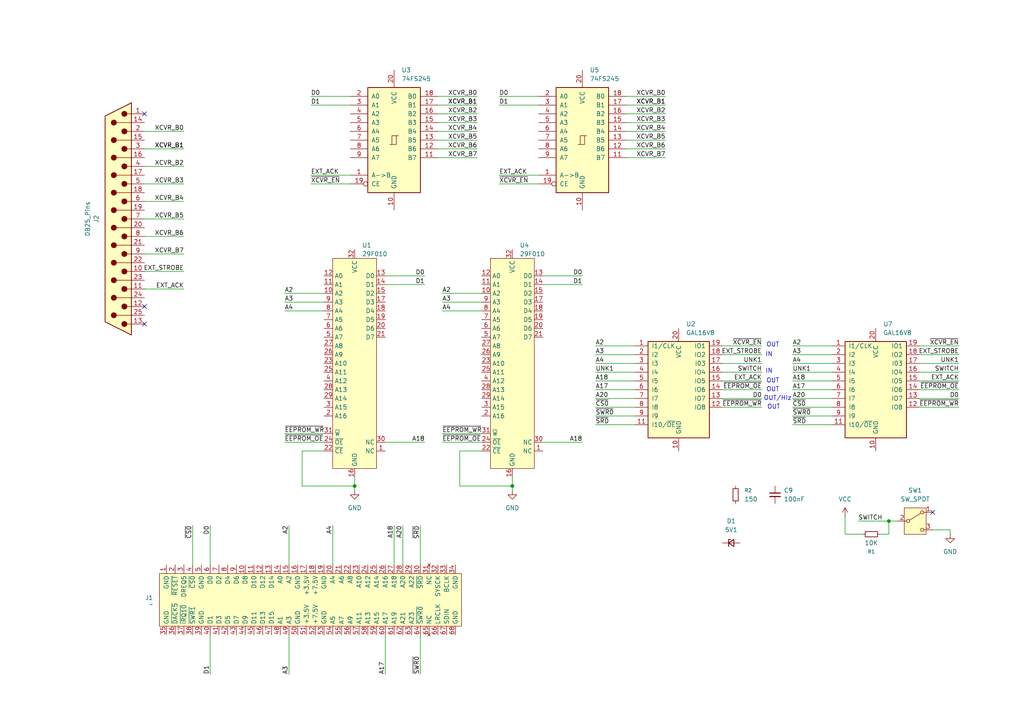
<source format=kicad_sch>
(kicad_sch (version 20250114) (generator "eeschema") (generator_version "9.0")
  (paper "A4")
  (lib_symbols
    (symbol "29F010_1"
      (property "Reference" "U" (at 3.048 28.448 0))
      (property "Value" "29F010" (at 0 0 90))
      (symbol "29F010_1_1_1"
        (rectangle (start -6.35 26.67) (end 6.35 -34.29) (fill (type background)))
        (pin input line (at -8.89 21.59 0) (length 2.54) (name "A0") (number "12"))
        (pin input line (at -8.89 19.05 0) (length 2.54) (name "A1") (number "11"))
        (pin input line (at -8.89 16.51 0) (length 2.54) (name "A2") (number "10"))
        (pin input line (at -8.89 13.97 0) (length 2.54) (name "A3") (number "9"))
        (pin input line (at -8.89 11.43 0) (length 2.54) (name "A4") (number "8"))
        (pin input line (at -8.89 8.89 0) (length 2.54) (name "A5") (number "7"))
        (pin input line (at -8.89 6.35 0) (length 2.54) (name "A6") (number "6"))
        (pin input line (at -8.89 3.81 0) (length 2.54) (name "A7") (number "5"))
        (pin input line (at -8.89 1.27 0) (length 2.54) (name "A8") (number "27"))
        (pin input line (at -8.89 -1.27 0) (length 2.54) (name "A9") (number "26"))
        (pin input line (at -8.89 -3.81 0) (length 2.54) (name "A10") (number "23"))
        (pin input line (at -8.89 -6.35 0) (length 2.54) (name "A11") (number "25"))
        (pin input line (at -8.89 -8.89 0) (length 2.54) (name "A12") (number "4"))
        (pin input line (at -8.89 -11.43 0) (length 2.54) (name "A13") (number "28"))
        (pin input line (at -8.89 -13.97 0) (length 2.54) (name "A14") (number "29"))
        (pin input line (at -8.89 -16.51 0) (length 2.54) (name "A15") (number "3"))
        (pin input line (at -8.89 -19.05 0) (length 2.54) (name "A16") (number "2"))
        (pin input line (at -8.89 -24.13 0) (length 2.54) (name "~{W}") (number "31"))
        (pin input line (at -8.89 -26.67 0) (length 2.54) (name "~{OE}") (number "24"))
        (pin input line (at -8.89 -29.21 0) (length 2.54) (name "~{CE}") (number "22"))
        (pin power_in line (at 0 29.21 270) (length 2.54) (name "VCC") (number "32"))
        (pin power_in line (at 0 -36.83 90) (length 2.54) (name "GND") (number "16"))
        (pin output line (at 8.89 21.59 180) (length 2.54) (name "D0") (number "13"))
        (pin output line (at 8.89 19.05 180) (length 2.54) (name "D1") (number "14"))
        (pin output line (at 8.89 16.51 180) (length 2.54) (name "D2") (number "15"))
        (pin output line (at 8.89 13.97 180) (length 2.54) (name "D3") (number "17"))
        (pin output line (at 8.89 11.43 180) (length 2.54) (name "D4") (number "18"))
        (pin output line (at 8.89 8.89 180) (length 2.54) (name "D5") (number "19"))
        (pin output line (at 8.89 6.35 180) (length 2.54) (name "D6") (number "20"))
        (pin output line (at 8.89 3.81 180) (length 2.54) (name "D7") (number "21"))
        (pin free line (at 8.89 -26.67 180) (length 2.54) (name "NC") (number "30"))
        (pin free line (at 8.89 -29.21 180) (length 2.54) (name "NC") (number "1"))
      )
    )
    (symbol "74xx:74LS245" (pin_names (offset 1.016))
      (property "Reference" "U" (at -7.62 16.51 0))
      (property "Value" "74LS245" (at -7.62 -16.51 0))
      (symbol "74LS245_1_0"
        (polyline (pts (xy -1.27 -1.27) (xy 0.635 -1.27) (xy 0.635 1.27) (xy 1.27 1.27)))
        (polyline (pts (xy -0.635 -1.27) (xy -0.635 1.27) (xy 0.635 1.27)))
        (pin tri_state line (at -12.7 12.7 0) (length 5.08) (name "A0") (number "2"))
        (pin tri_state line (at -12.7 10.16 0) (length 5.08) (name "A1") (number "3"))
        (pin tri_state line (at -12.7 7.62 0) (length 5.08) (name "A2") (number "4"))
        (pin tri_state line (at -12.7 5.08 0) (length 5.08) (name "A3") (number "5"))
        (pin tri_state line (at -12.7 2.54 0) (length 5.08) (name "A4") (number "6"))
        (pin tri_state line (at -12.7 0 0) (length 5.08) (name "A5") (number "7"))
        (pin tri_state line (at -12.7 -2.54 0) (length 5.08) (name "A6") (number "8"))
        (pin tri_state line (at -12.7 -5.08 0) (length 5.08) (name "A7") (number "9"))
        (pin input line (at -12.7 -10.16 0) (length 5.08) (name "A->B") (number "1"))
        (pin input inverted (at -12.7 -12.7 0) (length 5.08) (name "CE") (number "19"))
        (pin power_in line (at 0 20.32 270) (length 5.08) (name "VCC") (number "20"))
        (pin power_in line (at 0 -20.32 90) (length 5.08) (name "GND") (number "10"))
        (pin tri_state line (at 12.7 12.7 180) (length 5.08) (name "B0") (number "18"))
        (pin tri_state line (at 12.7 10.16 180) (length 5.08) (name "B1") (number "17"))
        (pin tri_state line (at 12.7 7.62 180) (length 5.08) (name "B2") (number "16"))
        (pin tri_state line (at 12.7 5.08 180) (length 5.08) (name "B3") (number "15"))
        (pin tri_state line (at 12.7 2.54 180) (length 5.08) (name "B4") (number "14"))
        (pin tri_state line (at 12.7 0 180) (length 5.08) (name "B5") (number "13"))
        (pin tri_state line (at 12.7 -2.54 180) (length 5.08) (name "B6") (number "12"))
        (pin tri_state line (at 12.7 -5.08 180) (length 5.08) (name "B7") (number "11"))
      )
      (symbol "74LS245_1_1"
        (rectangle (start -7.62 15.24) (end 7.62 -15.24) (stroke (width 0.254)) (fill (type background)))
      )
    )
    (symbol "Connector:DB25_Pins" (pin_names (offset 1.016) (hide yes))
      (property "Reference" "J" (at 0 34.29 0))
      (property "Value" "DB25_Pins" (at 0 -34.925 0))
      (symbol "DB25_Pins_0_1"
        (polyline (pts (xy -3.81 30.48) (xy -2.54 30.48)))
        (polyline (pts (xy -3.81 27.94) (xy 0.508 27.94)))
        (polyline (pts (xy -3.81 25.4) (xy -2.54 25.4)))
        (polyline (pts (xy -3.81 22.86) (xy 0.508 22.86)))
        (polyline (pts (xy -3.81 20.32) (xy -2.54 20.32)))
        (polyline (pts (xy -3.81 17.78) (xy 0.508 17.78)))
        (polyline (pts (xy -3.81 15.24) (xy -2.54 15.24)))
        (polyline (pts (xy -3.81 12.7) (xy 0.508 12.7)))
        (polyline (pts (xy -3.81 10.16) (xy -2.54 10.16)))
        (polyline (pts (xy -3.81 7.62) (xy 0.508 7.62)))
        (polyline (pts (xy -3.81 5.08) (xy -2.54 5.08)))
        (polyline (pts (xy -3.81 2.54) (xy 0.508 2.54)))
        (polyline (pts (xy -3.81 0) (xy -2.54 0)))
        (polyline (pts (xy -3.81 -2.54) (xy 0.508 -2.54)))
        (polyline (pts (xy -3.81 -5.08) (xy -2.54 -5.08)))
        (polyline (pts (xy -3.81 -7.62) (xy 0.508 -7.62)))
        (polyline (pts (xy -3.81 -10.16) (xy -2.54 -10.16)))
        (polyline (pts (xy -3.81 -12.7) (xy 0.508 -12.7)))
        (polyline (pts (xy -3.81 -15.24) (xy -2.54 -15.24)))
        (polyline (pts (xy -3.81 -17.78) (xy 0.508 -17.78)))
        (polyline (pts (xy -3.81 -20.32) (xy -2.54 -20.32)))
        (polyline (pts (xy -3.81 -22.86) (xy 0.508 -22.86)))
        (polyline (pts (xy -3.81 -25.4) (xy -2.54 -25.4)))
        (polyline (pts (xy -3.81 -27.94) (xy 0.508 -27.94)))
        (polyline (pts (xy -3.81 -30.48) (xy -2.54 -30.48)))
        (polyline (pts (xy -3.81 -33.655) (xy 3.81 -29.845) (xy 3.81 29.845) (xy -3.81 33.655) (xy -3.81 -33.655)) (stroke (width 0.254)) (fill (type background)))
        (circle (center -1.778 30.48) (radius 0.762) (fill (type outline)))
        (circle (center -1.778 25.4) (radius 0.762) (fill (type outline)))
        (circle (center -1.778 20.32) (radius 0.762) (fill (type outline)))
        (circle (center -1.778 15.24) (radius 0.762) (fill (type outline)))
        (circle (center -1.778 10.16) (radius 0.762) (fill (type outline)))
        (circle (center -1.778 5.08) (radius 0.762) (fill (type outline)))
        (circle (center -1.778 0) (radius 0.762) (fill (type outline)))
        (circle (center -1.778 -5.08) (radius 0.762) (fill (type outline)))
        (circle (center -1.778 -10.16) (radius 0.762) (fill (type outline)))
        (circle (center -1.778 -15.24) (radius 0.762) (fill (type outline)))
        (circle (center -1.778 -20.32) (radius 0.762) (fill (type outline)))
        (circle (center -1.778 -25.4) (radius 0.762) (fill (type outline)))
        (circle (center -1.778 -30.48) (radius 0.762) (fill (type outline)))
        (circle (center 1.27 27.94) (radius 0.762) (fill (type outline)))
        (circle (center 1.27 22.86) (radius 0.762) (fill (type outline)))
        (circle (center 1.27 17.78) (radius 0.762) (fill (type outline)))
        (circle (center 1.27 12.7) (radius 0.762) (fill (type outline)))
        (circle (center 1.27 7.62) (radius 0.762) (fill (type outline)))
        (circle (center 1.27 2.54) (radius 0.762) (fill (type outline)))
        (circle (center 1.27 -2.54) (radius 0.762) (fill (type outline)))
        (circle (center 1.27 -7.62) (radius 0.762) (fill (type outline)))
        (circle (center 1.27 -12.7) (radius 0.762) (fill (type outline)))
        (circle (center 1.27 -17.78) (radius 0.762) (fill (type outline)))
        (circle (center 1.27 -22.86) (radius 0.762) (fill (type outline)))
        (circle (center 1.27 -27.94) (radius 0.762) (fill (type outline)))
      )
      (symbol "DB25_Pins_1_1"
        (pin passive line (at -7.62 30.48 0) (length 3.81) (name "13") (number "13"))
        (pin passive line (at -7.62 27.94 0) (length 3.81) (name "P25") (number "25"))
        (pin passive line (at -7.62 25.4 0) (length 3.81) (name "12") (number "12"))
        (pin passive line (at -7.62 22.86 0) (length 3.81) (name "P24") (number "24"))
        (pin passive line (at -7.62 20.32 0) (length 3.81) (name "11") (number "11"))
        (pin passive line (at -7.62 17.78 0) (length 3.81) (name "P23") (number "23"))
        (pin passive line (at -7.62 15.24 0) (length 3.81) (name "10") (number "10"))
        (pin passive line (at -7.62 12.7 0) (length 3.81) (name "P22") (number "22"))
        (pin passive line (at -7.62 10.16 0) (length 3.81) (name "9") (number "9"))
        (pin passive line (at -7.62 7.62 0) (length 3.81) (name "P21") (number "21"))
        (pin passive line (at -7.62 5.08 0) (length 3.81) (name "8") (number "8"))
        (pin passive line (at -7.62 2.54 0) (length 3.81) (name "P20") (number "20"))
        (pin passive line (at -7.62 0 0) (length 3.81) (name "7") (number "7"))
        (pin passive line (at -7.62 -2.54 0) (length 3.81) (name "P19") (number "19"))
        (pin passive line (at -7.62 -5.08 0) (length 3.81) (name "6") (number "6"))
        (pin passive line (at -7.62 -7.62 0) (length 3.81) (name "P18") (number "18"))
        (pin passive line (at -7.62 -10.16 0) (length 3.81) (name "5") (number "5"))
        (pin passive line (at -7.62 -12.7 0) (length 3.81) (name "P17") (number "17"))
        (pin passive line (at -7.62 -15.24 0) (length 3.81) (name "4") (number "4"))
        (pin passive line (at -7.62 -17.78 0) (length 3.81) (name "P16") (number "16"))
        (pin passive line (at -7.62 -20.32 0) (length 3.81) (name "3") (number "3"))
        (pin passive line (at -7.62 -22.86 0) (length 3.81) (name "P15") (number "15"))
        (pin passive line (at -7.62 -25.4 0) (length 3.81) (name "2") (number "2"))
        (pin passive line (at -7.62 -27.94 0) (length 3.81) (name "P14") (number "14"))
        (pin passive line (at -7.62 -30.48 0) (length 3.81) (name "1") (number "1"))
      )
    )
    (symbol "Device:C_Small" (pin_numbers (hide yes)) (pin_names (offset 0.254) (hide yes))
      (property "Reference" "C" (at 0.254 1.778 0))
      (property "Value" "C_Small" (at 0.254 -2.032 0))
      (symbol "C_Small_0_1"
        (polyline (pts (xy -1.524 0.508) (xy 1.524 0.508)) (stroke (width 0.3048)))
        (polyline (pts (xy -1.524 -0.508) (xy 1.524 -0.508)) (stroke (width 0.3302)))
      )
      (symbol "C_Small_1_1"
        (pin passive line (at 0 2.54 270) (length 2.032) (name "~") (number "1"))
        (pin passive line (at 0 -2.54 90) (length 2.032) (name "~") (number "2"))
      )
    )
    (symbol "Device:D_Zener_Small" (pin_numbers (hide yes)) (pin_names (offset 0.254) (hide yes))
      (property "Reference" "D" (at 0 2.286 0))
      (property "Value" "D_Zener_Small" (at 0 -2.286 0))
      (symbol "D_Zener_Small_0_1"
        (polyline (pts (xy -0.254 1.016) (xy -0.762 1.016) (xy -0.762 -1.016)) (stroke (width 0.254)))
        (polyline (pts (xy 0.762 1.016) (xy -0.762 0) (xy 0.762 -1.016) (xy 0.762 1.016)) (stroke (width 0.254)))
        (polyline (pts (xy 0.762 0) (xy -0.762 0)))
      )
      (symbol "D_Zener_Small_1_1"
        (pin passive line (at -2.54 0 0) (length 1.778) (name "K") (number "1"))
        (pin passive line (at 2.54 0 180) (length 1.778) (name "A") (number "2"))
      )
    )
    (symbol "Device:R_Small" (pin_numbers (hide yes)) (pin_names (offset 0.254) (hide yes))
      (property "Reference" "R" (at 0 0 90))
      (property "Value" "R_Small" (at 1.778 0 90))
      (symbol "R_Small_0_1"
        (rectangle (start -0.762 1.778) (end 0.762 -1.778) (stroke (width 0.2032)))
      )
      (symbol "R_Small_1_1"
        (pin passive line (at 0 2.54 270) (length 0.762) (name "~") (number "1"))
        (pin passive line (at 0 -2.54 90) (length 0.762) (name "~") (number "2"))
      )
    )
    (symbol "Logic_Programmable:GAL16V8" (pin_names (offset 1.016))
      (property "Reference" "U" (at -8.89 16.51 0))
      (property "Value" "GAL16V8" (at 1.27 16.51 0))
      (symbol "GAL16V8_0_0"
        (pin power_in line (at 0 17.78 270) (length 3.81) (name "VCC") (number "20"))
        (pin power_in line (at 0 -17.78 90) (length 3.81) (name "GND") (number "10"))
      )
      (symbol "GAL16V8_0_1"
        (rectangle (start -8.89 13.97) (end 8.89 -13.97) (stroke (width 0.254)) (fill (type background)))
      )
      (symbol "GAL16V8_1_1"
        (pin input line (at -12.7 12.7 0) (length 3.81) (name "I1/CLK") (number "1"))
        (pin input line (at -12.7 10.16 0) (length 3.81) (name "I2") (number "2"))
        (pin input line (at -12.7 7.62 0) (length 3.81) (name "I3") (number "3"))
        (pin input line (at -12.7 5.08 0) (length 3.81) (name "I4") (number "4"))
        (pin input line (at -12.7 2.54 0) (length 3.81) (name "I5") (number "5"))
        (pin input line (at -12.7 0 0) (length 3.81) (name "I6") (number "6"))
        (pin input line (at -12.7 -2.54 0) (length 3.81) (name "I7") (number "7"))
        (pin input line (at -12.7 -5.08 0) (length 3.81) (name "I8") (number "8"))
        (pin input line (at -12.7 -7.62 0) (length 3.81) (name "I9") (number "9"))
        (pin input line (at -12.7 -10.16 0) (length 3.81) (name "I10/~{OE}") (number "11"))
        (pin tri_state line (at 12.7 12.7 180) (length 3.81) (name "IO1") (number "19"))
        (pin tri_state line (at 12.7 10.16 180) (length 3.81) (name "IO2") (number "18"))
        (pin tri_state line (at 12.7 7.62 180) (length 3.81) (name "I03") (number "17"))
        (pin tri_state line (at 12.7 5.08 180) (length 3.81) (name "IO4") (number "16"))
        (pin tri_state line (at 12.7 2.54 180) (length 3.81) (name "IO5") (number "15"))
        (pin tri_state line (at 12.7 0 180) (length 3.81) (name "IO6") (number "14"))
        (pin tri_state line (at 12.7 -2.54 180) (length 3.81) (name "IO7") (number "13"))
        (pin tri_state line (at 12.7 -5.08 180) (length 3.81) (name "IO8") (number "12"))
      )
    )
    (symbol "PR_Symbols:29F010"
      (property "Reference" "U" (at 3.048 28.448 0))
      (property "Value" "29F010" (at 0 0 90))
      (symbol "29F010_1_1"
        (rectangle (start -6.35 26.67) (end 6.35 -34.29) (fill (type background)))
        (pin input line (at -8.89 21.59 0) (length 2.54) (name "A0") (number "12"))
        (pin input line (at -8.89 19.05 0) (length 2.54) (name "A1") (number "11"))
        (pin input line (at -8.89 16.51 0) (length 2.54) (name "A2") (number "10"))
        (pin input line (at -8.89 13.97 0) (length 2.54) (name "A3") (number "9"))
        (pin input line (at -8.89 11.43 0) (length 2.54) (name "A4") (number "8"))
        (pin input line (at -8.89 8.89 0) (length 2.54) (name "A5") (number "7"))
        (pin input line (at -8.89 6.35 0) (length 2.54) (name "A6") (number "6"))
        (pin input line (at -8.89 3.81 0) (length 2.54) (name "A7") (number "5"))
        (pin input line (at -8.89 1.27 0) (length 2.54) (name "A8") (number "27"))
        (pin input line (at -8.89 -1.27 0) (length 2.54) (name "A9") (number "26"))
        (pin input line (at -8.89 -3.81 0) (length 2.54) (name "A10") (number "23"))
        (pin input line (at -8.89 -6.35 0) (length 2.54) (name "A11") (number "25"))
        (pin input line (at -8.89 -8.89 0) (length 2.54) (name "A12") (number "4"))
        (pin input line (at -8.89 -11.43 0) (length 2.54) (name "A13") (number "28"))
        (pin input line (at -8.89 -13.97 0) (length 2.54) (name "A14") (number "29"))
        (pin input line (at -8.89 -16.51 0) (length 2.54) (name "A15") (number "3"))
        (pin input line (at -8.89 -19.05 0) (length 2.54) (name "A16") (number "2"))
        (pin input line (at -8.89 -24.13 0) (length 2.54) (name "~{W}") (number "31"))
        (pin input line (at -8.89 -26.67 0) (length 2.54) (name "~{OE}") (number "24"))
        (pin input line (at -8.89 -29.21 0) (length 2.54) (name "~{CE}") (number "22"))
        (pin power_in line (at 0 29.21 270) (length 2.54) (name "VCC") (number "32"))
        (pin power_in line (at 0 -36.83 90) (length 2.54) (name "GND") (number "16"))
        (pin output line (at 8.89 21.59 180) (length 2.54) (name "D0") (number "13"))
        (pin output line (at 8.89 19.05 180) (length 2.54) (name "D1") (number "14"))
        (pin output line (at 8.89 16.51 180) (length 2.54) (name "D2") (number "15"))
        (pin output line (at 8.89 13.97 180) (length 2.54) (name "D3") (number "17"))
        (pin output line (at 8.89 11.43 180) (length 2.54) (name "D4") (number "18"))
        (pin output line (at 8.89 8.89 180) (length 2.54) (name "D5") (number "19"))
        (pin output line (at 8.89 6.35 180) (length 2.54) (name "D6") (number "20"))
        (pin output line (at 8.89 3.81 180) (length 2.54) (name "D7") (number "21"))
        (pin free line (at 8.89 -26.67 180) (length 2.54) (name "NC") (number "30"))
        (pin free line (at 8.89 -29.21 180) (length 2.54) (name "NC") (number "1"))
      )
    )
    (symbol "PR_Symbols:PIO Port"
      (property "Reference" "J" (at 46.482 9.398 0))
      (symbol "PIO Port_1_1"
        (rectangle (start -42.672 7.62) (end 44.958 -7.62) (fill (type background)))
        (pin power_out line (at -40.64 10.16 270) (length 2.54) (name "GND") (number "1"))
        (pin power_out line (at -40.64 -10.16 90) (length 2.54) (name "GND") (number "35"))
        (pin open_collector line (at -38.1 10.16 270) (length 2.54) (name "~{RESET}") (number "2"))
        (pin output line (at -38.1 -10.16 90) (length 2.54) (name "~{DACK5}") (number "36"))
        (pin input line (at -35.56 10.16 270) (length 2.54) (name "DREQ5") (number "3"))
        (pin input line (at -35.56 -10.16 90) (length 2.54) (name "~{IRQ10}") (number "37"))
        (pin output line (at -33.02 10.16 270) (length 2.54) (name "~{CS0}") (number "4"))
        (pin output line (at -33.02 -10.16 90) (length 2.54) (name "~{SWR1}") (number "38"))
        (pin output line (at -30.48 10.16 270) (length 2.54) (name "GND") (number "5"))
        (pin output line (at -30.48 -10.16 90) (length 2.54) (name "GND") (number "39"))
        (pin bidirectional line (at -27.94 10.16 270) (length 2.54) (name "D0") (number "6"))
        (pin bidirectional line (at -27.94 -10.16 90) (length 2.54) (name "D1") (number "40"))
        (pin bidirectional line (at -25.4 10.16 270) (length 2.54) (name "D2") (number "7"))
        (pin bidirectional line (at -25.4 -10.16 90) (length 2.54) (name "D3") (number "41"))
        (pin bidirectional line (at -22.86 10.16 270) (length 2.54) (name "D4") (number "8"))
        (pin bidirectional line (at -22.86 -10.16 90) (length 2.54) (name "D5") (number "42"))
        (pin bidirectional line (at -20.32 10.16 270) (length 2.54) (name "D6") (number "9"))
        (pin bidirectional line (at -20.32 -10.16 90) (length 2.54) (name "D7") (number "43"))
        (pin bidirectional line (at -17.78 10.16 270) (length 2.54) (name "D8") (number "10"))
        (pin bidirectional line (at -17.78 -10.16 90) (length 2.54) (name "D9") (number "44"))
        (pin bidirectional line (at -15.24 10.16 270) (length 2.54) (name "D10") (number "11"))
        (pin bidirectional line (at -15.24 -10.16 90) (length 2.54) (name "D11") (number "45"))
        (pin bidirectional line (at -12.7 10.16 270) (length 2.54) (name "D12") (number "12"))
        (pin bidirectional line (at -12.7 -10.16 90) (length 2.54) (name "D13") (number "46"))
        (pin bidirectional line (at -10.16 10.16 270) (length 2.54) (name "D14") (number "13"))
        (pin bidirectional line (at -10.16 -10.16 90) (length 2.54) (name "D15") (number "47"))
        (pin output line (at -7.62 10.16 270) (length 2.54) (name "A0") (number "14"))
        (pin output line (at -7.62 -10.16 90) (length 2.54) (name "A1") (number "48"))
        (pin output line (at -5.08 10.16 270) (length 2.54) (name "A2") (number "15"))
        (pin output line (at -5.08 -10.16 90) (length 2.54) (name "A3") (number "49"))
        (pin output line (at -2.54 10.16 270) (length 2.54) (name "GND") (number "16"))
        (pin output line (at -2.54 -10.16 90) (length 2.54) (name "GND") (number "50"))
        (pin power_out line (at 0 10.16 270) (length 2.54) (name "+3.5V") (number "17"))
        (pin power_out line (at 0 -10.16 90) (length 2.54) (name "+3.5V") (number "51"))
        (pin power_out line (at 2.54 10.16 270) (length 2.54) (name "+7.5V") (number "18"))
        (pin power_out line (at 2.54 -10.16 90) (length 2.54) (name "+7.5V") (number "52"))
        (pin output line (at 5.08 10.16 270) (length 2.54) (name "GND") (number "19"))
        (pin output line (at 5.08 -10.16 90) (length 2.54) (name "GND") (number "53"))
        (pin output line (at 7.62 10.16 270) (length 2.54) (name "A4") (number "20"))
        (pin output line (at 7.62 -10.16 90) (length 2.54) (name "A5") (number "54"))
        (pin output line (at 10.16 10.16 270) (length 2.54) (name "A6") (number "21"))
        (pin output line (at 10.16 -10.16 90) (length 2.54) (name "A7") (number "55"))
        (pin output line (at 12.7 10.16 270) (length 2.54) (name "A8") (number "22"))
        (pin output line (at 12.7 -10.16 90) (length 2.54) (name "A9") (number "56"))
        (pin output line (at 15.24 10.16 270) (length 2.54) (name "A10") (number "23"))
        (pin output line (at 15.24 -10.16 90) (length 2.54) (name "A11") (number "57"))
        (pin output line (at 17.78 10.16 270) (length 2.54) (name "A12") (number "24"))
        (pin output line (at 17.78 -10.16 90) (length 2.54) (name "A13") (number "58"))
        (pin output line (at 20.32 10.16 270) (length 2.54) (name "A14") (number "25"))
        (pin output line (at 20.32 -10.16 90) (length 2.54) (name "A15") (number "59"))
        (pin output line (at 22.86 10.16 270) (length 2.54) (name "A16") (number "26"))
        (pin output line (at 22.86 -10.16 90) (length 2.54) (name "A17") (number "60"))
        (pin output line (at 25.4 10.16 270) (length 2.54) (name "A18") (number "27"))
        (pin output line (at 25.4 -10.16 90) (length 2.54) (name "A19") (number "61"))
        (pin output line (at 27.94 10.16 270) (length 2.54) (name "A20") (number "28"))
        (pin output line (at 27.94 -10.16 90) (length 2.54) (name "A21") (number "62"))
        (pin output line (at 30.48 10.16 270) (length 2.54) (name "A22") (number "29"))
        (pin output line (at 30.48 -10.16 90) (length 2.54) (name "A23") (number "63"))
        (pin output line (at 33.02 10.16 270) (length 2.54) (name "~{SRD}") (number "30"))
        (pin output line (at 33.02 -10.16 90) (length 2.54) (name "~{SWR0}") (number "64"))
        (pin no_connect line (at 35.56 10.16 270) (length 2.54) (name "NC") (number "31"))
        (pin no_connect line (at 35.56 -10.16 90) (length 2.54) (name "NC") (number "65"))
        (pin output line (at 38.1 10.16 270) (length 2.54) (name "SYSCK") (number "32"))
        (pin output line (at 38.1 -10.16 90) (length 2.54) (name "LRCLK") (number "66"))
        (pin output line (at 40.64 10.16 270) (length 2.54) (name "BCLK") (number "33"))
        (pin input line (at 40.64 -10.16 90) (length 2.54) (name "SDIN") (number "67"))
        (pin power_out line (at 43.18 10.16 270) (length 2.54) (name "GND") (number "34"))
        (pin power_out line (at 43.18 -10.16 90) (length 2.54) (name "GND") (number "68"))
      )
    )
    (symbol "Switch:SW_SPDT" (pin_names (offset 0) (hide yes))
      (property "Reference" "SW" (at 0 5.08 0))
      (property "Value" "SW_SPDT" (at 0 -5.08 0))
      (symbol "SW_SPDT_0_1"
        (circle (center -2.032 0) (radius 0.4572))
        (polyline (pts (xy -1.651 0.254) (xy 1.651 2.286)))
        (circle (center 2.032 2.54) (radius 0.4572))
        (circle (center 2.032 -2.54) (radius 0.4572))
      )
      (symbol "SW_SPDT_1_1"
        (rectangle (start -3.175 3.81) (end 3.175 -3.81) (fill (type background)))
        (pin passive line (at -5.08 0 0) (length 2.54) (name "B") (number "2"))
        (pin passive line (at 5.08 2.54 180) (length 2.54) (name "A") (number "1"))
        (pin passive line (at 5.08 -2.54 180) (length 2.54) (name "C") (number "3"))
      )
    )
    (symbol "power:GND" (power) (pin_numbers (hide yes)) (pin_names (offset 0) (hide yes))
      (property "Value" "GND" (at 0 -3.81 0))
      (symbol "GND_0_1"
        (polyline (pts (xy 0 0) (xy 0 -1.27) (xy 1.27 -1.27) (xy 0 -2.54) (xy -1.27 -1.27) (xy 0 -1.27)))
      )
      (symbol "GND_1_1"
        (pin power_in line (at 0 0 270) (length 0) (name "~") (number "1"))
      )
    )
    (symbol "power:VCC" (power) (pin_numbers (hide yes)) (pin_names (offset 0) (hide yes))
      (property "Value" "VCC" (at 0 3.556 0))
      (symbol "VCC_0_1"
        (polyline (pts (xy -0.762 1.27) (xy 0 2.54)))
        (polyline (pts (xy 0 2.54) (xy 0.762 1.27)))
        (polyline (pts (xy 0 0) (xy 0 2.54)))
      )
      (symbol "VCC_1_1"
        (pin power_in line (at 0 0 90) (length 0) (name "~") (number "1"))
      )
    )
  )
  (text "OUT" (at 222.25 110.49 0) (effects (font (size 1.27 1.27)) (justify left)))
  (text "OUT" (at 222.25 100.076 0) (effects (font (size 1.27 1.27)) (justify left)))
  (text "OUT/HIz" (at 221.488 115.57 0) (effects (font (size 1.27 1.27)) (justify left)))
  (text "OUT" (at 222.25 113.03 0) (effects (font (size 1.27 1.27)) (justify left)))
  (text "OUT" (at 222.504 118.11 0) (effects (font (size 1.27 1.27)) (justify left)))
  (text "IN" (at 221.996 107.696 0) (effects (font (size 1.27 1.27)) (justify left)))
  (text "IN" (at 221.996 102.87 0) (effects (font (size 1.27 1.27)) (justify left)))
  (junction (at 257.81 151.13))
  (junction (at 102.87 140.97))
  (junction (at 148.59 140.97))
  (no_connect (at 41.91 33.02))
  (no_connect (at 41.91 93.98))
  (no_connect (at 41.91 88.9))
  (no_connect (at 270.51 148.59))
  (wire (pts (xy 241.3 107.95) (xy 229.87 107.95)))
  (wire (pts (xy 127 35.56) (xy 138.43 35.56)))
  (wire (pts (xy 184.15 115.57) (xy 172.72 115.57)))
  (wire (pts (xy 270.51 153.67) (xy 275.59 153.67)))
  (wire (pts (xy 41.91 68.58) (xy 53.34 68.58)))
  (wire (pts (xy 93.98 90.17) (xy 82.55 90.17)))
  (wire (pts (xy 96.52 163.83) (xy 96.52 152.4)))
  (wire (pts (xy 127 45.72) (xy 138.43 45.72)))
  (wire (pts (xy 266.7 110.49) (xy 278.13 110.49)))
  (wire (pts (xy 241.3 115.57) (xy 229.87 115.57)))
  (wire (pts (xy 127 40.64) (xy 138.43 40.64)))
  (wire (pts (xy 209.55 115.57) (xy 220.98 115.57)))
  (wire (pts (xy 102.87 140.97) (xy 102.87 142.24)))
  (wire (pts (xy 245.11 149.86) (xy 245.11 154.94)))
  (wire (pts (xy 148.59 140.97) (xy 148.59 142.24)))
  (wire (pts (xy 114.3 163.83) (xy 114.3 152.4)))
  (wire (pts (xy 241.3 118.11) (xy 229.87 118.11)))
  (wire (pts (xy 101.6 50.8) (xy 90.17 50.8)))
  (wire (pts (xy 184.15 107.95) (xy 172.72 107.95)))
  (wire (pts (xy 41.91 83.82) (xy 53.34 83.82)))
  (wire (pts (xy 41.91 73.66) (xy 53.34 73.66)))
  (wire (pts (xy 255.27 154.94) (xy 257.81 154.94)))
  (wire (pts (xy 139.7 125.73) (xy 128.27 125.73)))
  (wire (pts (xy 139.7 128.27) (xy 128.27 128.27)))
  (wire (pts (xy 184.15 105.41) (xy 172.72 105.41)))
  (wire (pts (xy 184.15 110.49) (xy 172.72 110.49)))
  (wire (pts (xy 241.3 105.41) (xy 229.87 105.41)))
  (wire (pts (xy 241.3 102.87) (xy 229.87 102.87)))
  (wire (pts (xy 83.82 184.15) (xy 83.82 195.58)))
  (wire (pts (xy 157.48 82.55) (xy 168.91 82.55)))
  (wire (pts (xy 133.35 130.81) (xy 139.7 130.81)))
  (wire (pts (xy 157.48 80.01) (xy 168.91 80.01)))
  (wire (pts (xy 93.98 87.63) (xy 82.55 87.63)))
  (wire (pts (xy 181.61 30.48) (xy 193.04 30.48)))
  (wire (pts (xy 101.6 27.94) (xy 90.17 27.94)))
  (wire (pts (xy 241.3 100.33) (xy 229.87 100.33)))
  (wire (pts (xy 209.55 107.95) (xy 220.98 107.95)))
  (wire (pts (xy 181.61 35.56) (xy 193.04 35.56)))
  (wire (pts (xy 41.91 58.42) (xy 53.34 58.42)))
  (wire (pts (xy 41.91 43.18) (xy 53.34 43.18)))
  (wire (pts (xy 148.59 140.97) (xy 133.35 140.97)))
  (wire (pts (xy 184.15 102.87) (xy 172.72 102.87)))
  (wire (pts (xy 241.3 110.49) (xy 229.87 110.49)))
  (wire (pts (xy 266.7 107.95) (xy 278.13 107.95)))
  (wire (pts (xy 181.61 43.18) (xy 193.04 43.18)))
  (wire (pts (xy 127 38.1) (xy 138.43 38.1)))
  (wire (pts (xy 101.6 30.48) (xy 90.17 30.48)))
  (wire (pts (xy 41.91 63.5) (xy 53.34 63.5)))
  (wire (pts (xy 121.92 163.83) (xy 121.92 152.4)))
  (wire (pts (xy 121.92 184.15) (xy 121.92 195.58)))
  (wire (pts (xy 102.87 138.43) (xy 102.87 140.97)))
  (wire (pts (xy 111.76 128.27) (xy 123.19 128.27)))
  (wire (pts (xy 184.15 100.33) (xy 172.72 100.33)))
  (wire (pts (xy 101.6 53.34) (xy 90.17 53.34)))
  (wire (pts (xy 241.3 120.65) (xy 229.87 120.65)))
  (wire (pts (xy 184.15 120.65) (xy 172.72 120.65)))
  (wire (pts (xy 209.55 102.87) (xy 220.98 102.87)))
  (wire (pts (xy 41.91 38.1) (xy 53.34 38.1)))
  (wire (pts (xy 156.21 53.34) (xy 144.78 53.34)))
  (wire (pts (xy 209.55 105.41) (xy 220.98 105.41)))
  (wire (pts (xy 157.48 128.27) (xy 168.91 128.27)))
  (wire (pts (xy 181.61 45.72) (xy 193.04 45.72)))
  (wire (pts (xy 139.7 90.17) (xy 128.27 90.17)))
  (wire (pts (xy 93.98 85.09) (xy 82.55 85.09)))
  (wire (pts (xy 139.7 87.63) (xy 128.27 87.63)))
  (wire (pts (xy 156.21 27.94) (xy 144.78 27.94)))
  (wire (pts (xy 184.15 123.19) (xy 172.72 123.19)))
  (wire (pts (xy 60.96 184.15) (xy 60.96 195.58)))
  (wire (pts (xy 184.15 113.03) (xy 172.72 113.03)))
  (wire (pts (xy 241.3 113.03) (xy 229.87 113.03)))
  (wire (pts (xy 257.81 151.13) (xy 248.92 151.13)))
  (wire (pts (xy 241.3 123.19) (xy 229.87 123.19)))
  (wire (pts (xy 127 30.48) (xy 138.43 30.48)))
  (wire (pts (xy 209.55 110.49) (xy 220.98 110.49)))
  (wire (pts (xy 209.55 100.33) (xy 220.98 100.33)))
  (wire (pts (xy 41.91 48.26) (xy 53.34 48.26)))
  (wire (pts (xy 60.96 163.83) (xy 60.96 152.4)))
  (wire (pts (xy 181.61 40.64) (xy 193.04 40.64)))
  (wire (pts (xy 245.11 154.94) (xy 250.19 154.94)))
  (wire (pts (xy 266.7 100.33) (xy 278.13 100.33)))
  (wire (pts (xy 156.21 50.8) (xy 144.78 50.8)))
  (wire (pts (xy 41.91 78.74) (xy 53.34 78.74)))
  (wire (pts (xy 93.98 128.27) (xy 82.55 128.27)))
  (wire (pts (xy 87.63 130.81) (xy 87.63 140.97)))
  (wire (pts (xy 93.98 125.73) (xy 82.55 125.73)))
  (wire (pts (xy 257.81 154.94) (xy 257.81 151.13)))
  (wire (pts (xy 275.59 153.67) (xy 275.59 154.94)))
  (wire (pts (xy 127 43.18) (xy 138.43 43.18)))
  (wire (pts (xy 266.7 102.87) (xy 278.13 102.87)))
  (wire (pts (xy 102.87 140.97) (xy 87.63 140.97)))
  (wire (pts (xy 111.76 184.15) (xy 111.76 195.58)))
  (wire (pts (xy 139.7 85.09) (xy 128.27 85.09)))
  (wire (pts (xy 41.91 53.34) (xy 53.34 53.34)))
  (wire (pts (xy 83.82 163.83) (xy 83.82 152.4)))
  (wire (pts (xy 116.84 163.83) (xy 116.84 152.4)))
  (wire (pts (xy 181.61 27.94) (xy 193.04 27.94)))
  (wire (pts (xy 266.7 115.57) (xy 278.13 115.57)))
  (wire (pts (xy 184.15 118.11) (xy 172.72 118.11)))
  (wire (pts (xy 127 33.02) (xy 138.43 33.02)))
  (wire (pts (xy 148.59 138.43) (xy 148.59 140.97)))
  (wire (pts (xy 111.76 82.55) (xy 123.19 82.55)))
  (wire (pts (xy 278.13 113.03) (xy 266.7 113.03)))
  (wire (pts (xy 111.76 80.01) (xy 123.19 80.01)))
  (wire (pts (xy 209.55 118.11) (xy 220.98 118.11)))
  (wire (pts (xy 87.63 130.81) (xy 93.98 130.81)))
  (wire (pts (xy 260.35 151.13) (xy 257.81 151.13)))
  (wire (pts (xy 278.13 118.11) (xy 266.7 118.11)))
  (wire (pts (xy 127 27.94) (xy 138.43 27.94)))
  (wire (pts (xy 209.55 113.03) (xy 220.98 113.03)))
  (wire (pts (xy 181.61 33.02) (xy 193.04 33.02)))
  (wire (pts (xy 133.35 130.81) (xy 133.35 140.97)))
  (wire (pts (xy 156.21 30.48) (xy 144.78 30.48)))
  (wire (pts (xy 181.61 38.1) (xy 193.04 38.1)))
  (wire (pts (xy 55.88 163.83) (xy 55.88 152.4)))
  (wire (pts (xy 266.7 105.41) (xy 278.13 105.41)))
  (label "A20" (at 229.87 115.57 0))
  (label "D1" (at 60.96 195.58 90))
  (label "UNK1" (at 278.13 105.41 180))
  (label "D0" (at 123.19 80.01 180))
  (label "EXT_STROBE" (at 53.34 78.74 180))
  (label "A4" (at 128.27 90.17 0))
  (label "XCVR_B7" (at 193.04 45.72 180))
  (label "EXT_ACK" (at 90.17 50.8 0))
  (label "EXT_STROBE" (at 278.13 102.87 180))
  (label "~{XCVR_EN}" (at 220.98 100.33 180))
  (label "~{SRD}" (at 229.87 123.19 0))
  (label "D0" (at 144.78 27.94 0))
  (label "XCVR_B4" (at 53.34 58.42 180))
  (label "A2" (at 83.82 152.4 270))
  (label "A3" (at 82.55 87.63 0))
  (label "~{SRD}" (at 172.72 123.19 0))
  (label "A20" (at 172.72 115.57 0))
  (label "~{EEPROM_WR}" (at 82.55 125.73 0))
  (label "SWITCH" (at 278.13 107.95 180))
  (label "A4" (at 172.72 105.41 0))
  (label "EXT_ACK" (at 53.34 83.82 180))
  (label "A3" (at 83.82 195.58 90))
  (label "A3" (at 229.87 102.87 0))
  (label "A18" (at 229.87 110.49 0))
  (label "XCVR_B0" (at 193.04 27.94 180))
  (label "~{EEPROM_OE}" (at 82.55 128.27 0))
  (label "EXT_ACK" (at 220.98 110.49 180))
  (label "EXT_STROBE" (at 220.98 102.87 180))
  (label "~{EEPROM_WR}" (at 128.27 125.73 0))
  (label "~{SRD}" (at 121.92 152.4 270))
  (label "D1" (at 168.91 82.55 180))
  (label "D0" (at 220.98 115.57 180))
  (label "~{SWR0}" (at 121.92 195.58 90))
  (label "UNK1" (at 220.98 105.41 180))
  (label "~{CS0}" (at 55.88 152.4 270))
  (label "XCVR_B3" (at 53.34 53.34 180))
  (label "SWITCH" (at 220.98 107.95 180))
  (label "D0" (at 90.17 27.94 0))
  (label "XCVR_B0" (at 138.43 27.94 180))
  (label "A17" (at 172.72 113.03 0))
  (label "A17" (at 229.87 113.03 0))
  (label "D0" (at 278.13 115.57 180))
  (label "~{EEPROM_OE}" (at 220.98 113.03 180))
  (label "~{XCVR_EN}" (at 90.17 53.34 0))
  (label "UNK1" (at 229.87 107.95 0))
  (label "XCVR_B3" (at 138.43 35.56 180))
  (label "XCVR_B6" (at 193.04 43.18 180))
  (label "XCVR_B7" (at 138.43 45.72 180))
  (label "~{EEPROM_OE}" (at 278.13 113.03 180))
  (label "D1" (at 144.78 30.48 0))
  (label "A4" (at 229.87 105.41 0))
  (label "SWITCH" (at 248.92 151.13 0))
  (label "D1" (at 90.17 30.48 0))
  (label "~{SWR0}" (at 172.72 120.65 0))
  (label "~{EEPROM_WR}" (at 278.13 118.11 180))
  (label "XCVR_B5" (at 53.34 63.5 180))
  (label "XCVR_B2" (at 193.04 33.02 180))
  (label "XCVR_B0" (at 53.34 38.1 180))
  (label "XCVR_B2" (at 138.43 33.02 180))
  (label "~{SWR0}" (at 229.87 120.65 0))
  (label "A4" (at 82.55 90.17 0))
  (label "A17" (at 111.76 195.58 90))
  (label "XCVR_B5" (at 138.43 40.64 180))
  (label "D0" (at 168.91 80.01 180))
  (label "XCVR_B6" (at 138.43 43.18 180))
  (label "XCVR_B1" (at 193.04 30.48 180))
  (label "XCVR_B1" (at 193.04 30.48 180))
  (label "~{EEPROM_OE}" (at 128.27 128.27 0))
  (label "A4" (at 96.52 152.4 270))
  (label "A2" (at 172.72 100.33 0))
  (label "EXT_ACK" (at 144.78 50.8 0))
  (label "XCVR_B1" (at 138.43 30.48 180))
  (label "A2" (at 82.55 85.09 0))
  (label "A20" (at 116.84 152.4 270))
  (label "~{EEPROM_WR}" (at 220.98 118.11 180))
  (label "~{CS0}" (at 229.87 118.11 0))
  (label "A18" (at 114.3 152.4 270))
  (label "D0" (at 60.96 152.4 270))
  (label "XCVR_B3" (at 193.04 35.56 180))
  (label "~{XCVR_EN}" (at 278.13 100.33 180))
  (label "XCVR_B1" (at 53.34 43.18 180))
  (label "XCVR_B6" (at 53.34 68.58 180))
  (label "A2" (at 229.87 100.33 0))
  (label "~{XCVR_EN}" (at 144.78 53.34 0))
  (label "XCVR_B4" (at 138.43 38.1 180))
  (label "XCVR_B7" (at 53.34 73.66 180))
  (label "UNK1" (at 172.72 107.95 0))
  (label "A18" (at 123.19 128.27 180))
  (label "XCVR_B1" (at 53.34 43.18 180))
  (label "A3" (at 172.72 102.87 0))
  (label "A18" (at 172.72 110.49 0))
  (label "D1" (at 123.19 82.55 180))
  (label "A3" (at 128.27 87.63 0))
  (label "XCVR_B5" (at 193.04 40.64 180))
  (label "XCVR_B1" (at 138.43 30.48 180))
  (label "EXT_ACK" (at 278.13 110.49 180))
  (label "~{CS0}" (at 172.72 118.11 0))
  (label "XCVR_B2" (at 53.34 48.26 180))
  (label "A2" (at 128.27 85.09 0))
  (label "XCVR_B4" (at 193.04 38.1 180))
  (label "A18" (at 168.91 128.27 180))
  (symbol (lib_id "Logic_Programmable:GAL16V8") (at 254 113.03 0) (unit 1)
    (property "Reference" "U7" (at 256.1433 93.98 0) (effects (justify left)))
    (property "Value" "GAL16V8" (at 256.1433 96.52 0) (effects (justify left)))
    (property "Footprint" "PR_Footprints:PLCC-20" (effects (hide yes)))
    (property "Description" "Programmable Logic Array, DIP-20/SOIC-20/PLCC-20" (effects (hide yes)))
  )
  (symbol (lib_id "Device:D_Zener_Small") (at 212.09 157.48 0) (unit 1)
    (property "Reference" "D1" (at 212.09 151.13 0))
    (property "Value" "5V1" (at 212.09 153.67 0))
    (property "Footprint" "PR_Footprints:D_Vertical_KathodeUp" (effects (hide yes)))
    (property "Description" "Zener diode, small symbol" (effects (hide yes)))
  )
  (symbol (lib_id "Logic_Programmable:GAL16V8") (at 196.85 113.03 0) (unit 1)
    (property "Reference" "U2" (at 198.9933 93.98 0) (effects (justify left)))
    (property "Value" "GAL16V8" (at 198.9933 96.52 0) (effects (justify left)))
    (property "Footprint" "Package_DIP:DIP-20_W7.62mm" (effects (hide yes)))
    (property "Description" "Programmable Logic Array, DIP-20/SOIC-20/PLCC-20" (effects (hide yes)))
  )
  (symbol (lib_id "Device:R_Small") (at 213.36 143.51 0) (unit 1)
    (property "Reference" "R2" (at 215.9 142.2399 0) (effects (font (size 1.016 1.016)) (justify left)))
    (property "Value" "150" (at 215.9 144.7799 0) (effects (justify left)))
    (property "Footprint" "Resistor_SMD:R_1206_3216Metric_Pad1.30x1.75mm_HandSolder" (effects (hide yes)))
    (property "Description" "Resistor, small symbol" (effects (hide yes)))
  )
  (symbol (lib_id "Connector:DB25_Pins") (at 34.29 63.5 180) (unit 1)
    (property "Reference" "J2" (at 27.94 63.5 90))
    (property "Value" "DB25_Pins" (at 25.4 63.5 90))
    (property "Footprint" "Connector_Dsub:DSUB-25_Pins_Vertical_P2.77x2.84mm" (effects (hide yes)))
    (property "Description" "25-pin D-SUB connector, pins (male)" (effects (hide yes)))
  )
  (symbol (lib_id "Device:C_Small") (at 224.79 143.51 0) (unit 1)
    (property "Reference" "C9" (at 227.33 142.2462 0) (effects (justify left)))
    (property "Value" "100nF" (at 227.33 144.7862 0) (effects (justify left)))
    (property "Footprint" "Capacitor_SMD:C_1206_3216Metric_Pad1.33x1.80mm_HandSolder" (effects (hide yes)))
    (property "Description" "Unpolarized capacitor, small symbol" (effects (hide yes)))
  )
  (symbol (lib_id "74xx:74LS245") (at 114.3 40.64 0) (unit 1)
    (property "Reference" "U3" (at 116.4433 20.32 0) (effects (justify left)))
    (property "Value" "74FS245" (at 116.4433 22.86 0) (effects (justify left)))
    (property "Footprint" "Package_DIP:DIP-20_W7.62mm" (effects (hide yes)))
    (property "Datasheet" "http://www.ti.com/lit/gpn/sn74LS245" (effects (hide yes)))
    (property "Description" "Octal BUS Transceivers, 3-State outputs" (effects (hide yes)))
  )
  (symbol (lib_id "Device:R_Small") (at 252.73 154.94 90) (unit 1)
    (property "Reference" "R1" (at 252.73 160.02 90) (effects (font (size 1.016 1.016))))
    (property "Value" "10K" (at 252.73 157.48 90))
    (property "Footprint" "Resistor_SMD:R_1206_3216Metric_Pad1.30x1.75mm_HandSolder" (effects (hide yes)))
    (property "Description" "Resistor, small symbol" (effects (hide yes)))
  )
  (symbol (lib_id "PR_Symbols:29F010") (at 102.87 101.6 0) (unit 1)
    (property "Reference" "U1" (at 105.0133 71.12 0) (effects (justify left)))
    (property "Value" "29F010" (at 105.0133 73.66 0) (effects (justify left)))
    (property "Footprint" "Package_DIP:DIP-32_W15.24mm" (effects (hide yes)))
  )
  (symbol (lib_name "29F010_1") (lib_id "PR_Symbols:29F010") (at 148.59 101.6 0) (unit 1)
    (property "Reference" "U4" (at 150.7333 71.12 0) (effects (justify left)))
    (property "Value" "29F010" (at 150.7333 73.66 0) (effects (justify left)))
    (property "Footprint" "PR_Footprints:PLCC-32" (effects (hide yes)))
  )
  (symbol (lib_id "power:VCC") (at 245.11 149.86 0) (unit 1)
    (property "Reference" "#PWR02" (effects (hide yes)))
    (property "Value" "VCC" (at 245.11 144.78 0))
    (property "Description" "Power symbol creates a global label with name \"VCC\"" (effects (hide yes)))
  )
  (symbol (lib_id "PR_Symbols:PIO Port") (at 88.9 173.99 0) (unit 1)
    (property "Reference" "J1" (at 44.45 173.3549 0) (effects (justify right)))
    (property "Value" "~" (at 44.45 175.26 0) (effects (justify right)))
    (property "Footprint" "PR_Footprints:PIO_Connector" (effects (hide yes)))
  )
  (symbol (lib_id "power:GND") (at 102.87 142.24 0) (unit 1)
    (property "Reference" "#PWR03" (effects (hide yes)))
    (property "Value" "GND" (at 102.87 147.32 0))
    (property "Description" "Power symbol creates a global label with name \"GND\" , ground" (effects (hide yes)))
  )
  (symbol (lib_id "Switch:SW_SPDT") (at 265.43 151.13 0) (unit 1)
    (property "Reference" "SW1" (at 265.43 142.24 0))
    (property "Value" "SW_SPDT" (at 265.43 144.78 0))
    (property "Footprint" "PR_Footprints:SPDT_Switch" (effects (hide yes)))
    (property "Description" "Switch, single pole double throw" (effects (hide yes)))
  )
  (symbol (lib_id "74xx:74LS245") (at 168.91 40.64 0) (unit 1)
    (property "Reference" "U5" (at 171.0533 20.32 0) (effects (justify left)))
    (property "Value" "74FS245" (at 171.0533 22.86 0) (effects (justify left)))
    (property "Footprint" "PR_Footprints:SOP-20" (effects (hide yes)))
    (property "Datasheet" "http://www.ti.com/lit/gpn/sn74LS245" (effects (hide yes)))
    (property "Description" "Octal BUS Transceivers, 3-State outputs" (effects (hide yes)))
  )
  (symbol (lib_id "power:GND") (at 275.59 154.94 0) (unit 1)
    (property "Reference" "#PWR01" (effects (hide yes)))
    (property "Value" "GND" (at 275.59 160.02 0))
    (property "Description" "Power symbol creates a global label with name \"GND\" , ground" (effects (hide yes)))
  )
  (symbol (lib_id "power:GND") (at 148.59 142.24 0) (unit 1)
    (property "Reference" "#PWR04" (effects (hide yes)))
    (property "Value" "GND" (at 148.59 147.32 0))
    (property "Description" "Power symbol creates a global label with name \"GND\" , ground" (effects (hide yes)))
  )
)
</source>
